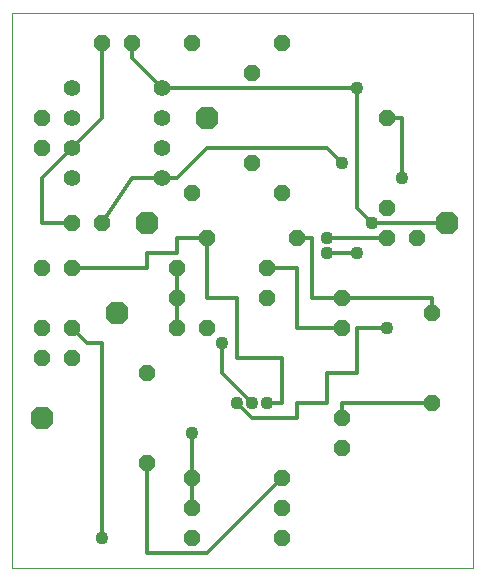
<source format=gbl>
G75*
%MOIN*%
%OFA0B0*%
%FSLAX25Y25*%
%IPPOS*%
%LPD*%
%AMOC8*
5,1,8,0,0,1.08239X$1,22.5*
%
%ADD10C,0.00000*%
%ADD11OC8,0.07600*%
%ADD12OC8,0.05600*%
%ADD13C,0.05600*%
%ADD14C,0.01200*%
%ADD15C,0.04362*%
D10*
X0007825Y0003167D02*
X0007825Y0188127D01*
X0161526Y0188127D01*
X0161526Y0003167D01*
X0007825Y0003167D01*
D11*
X0017825Y0053167D03*
X0042825Y0088167D03*
X0052825Y0118167D03*
X0072825Y0153167D03*
X0152825Y0118167D03*
D12*
X0142825Y0113167D03*
X0132825Y0113167D03*
X0132825Y0123167D03*
X0132825Y0153167D03*
X0097825Y0178167D03*
X0087825Y0168167D03*
X0067825Y0178167D03*
X0047825Y0178167D03*
X0037825Y0178167D03*
X0017825Y0153167D03*
X0017825Y0143167D03*
X0027825Y0118167D03*
X0037825Y0118167D03*
X0027825Y0103167D03*
X0017825Y0103167D03*
X0017825Y0083167D03*
X0017825Y0073167D03*
X0027825Y0073167D03*
X0027825Y0083167D03*
X0052825Y0068167D03*
X0062825Y0083167D03*
X0062825Y0093167D03*
X0062825Y0103167D03*
X0072825Y0113167D03*
X0067825Y0128167D03*
X0087825Y0138167D03*
X0097825Y0128167D03*
X0102825Y0113167D03*
X0092825Y0103167D03*
X0092825Y0093167D03*
X0072825Y0083167D03*
X0052825Y0038167D03*
X0067825Y0033167D03*
X0067825Y0023167D03*
X0067825Y0013167D03*
X0097825Y0013167D03*
X0097825Y0023167D03*
X0097825Y0033167D03*
X0117825Y0043167D03*
X0117825Y0053167D03*
X0117825Y0083167D03*
X0117825Y0093167D03*
X0147825Y0088167D03*
X0147825Y0058167D03*
D13*
X0057825Y0133167D03*
X0057825Y0143167D03*
X0057825Y0153167D03*
X0057825Y0163167D03*
X0027825Y0163167D03*
X0027825Y0153167D03*
X0027825Y0143167D03*
X0027825Y0133167D03*
D14*
X0027825Y0143167D02*
X0037825Y0153167D01*
X0037825Y0178167D01*
X0047825Y0178167D02*
X0047825Y0173167D01*
X0057825Y0163167D01*
X0122825Y0163167D01*
X0122825Y0123167D01*
X0127825Y0118167D01*
X0152825Y0118167D01*
X0137825Y0133167D02*
X0137825Y0153167D01*
X0132825Y0153167D01*
X0117825Y0138167D02*
X0112825Y0143167D01*
X0072825Y0143167D01*
X0062825Y0133167D01*
X0057825Y0133167D01*
X0047825Y0133167D01*
X0037825Y0118167D01*
X0027825Y0118167D02*
X0017825Y0118167D01*
X0017825Y0133167D01*
X0027825Y0143167D01*
X0052825Y0108167D02*
X0062825Y0108167D01*
X0062825Y0113167D01*
X0072825Y0113167D01*
X0072825Y0093167D01*
X0082825Y0093167D01*
X0082825Y0073167D01*
X0097825Y0073167D01*
X0097825Y0058167D01*
X0092825Y0058167D01*
X0087825Y0058167D02*
X0077825Y0068167D01*
X0077825Y0078167D01*
X0062825Y0083167D02*
X0062825Y0093167D01*
X0062825Y0103167D01*
X0052825Y0103167D02*
X0052825Y0108167D01*
X0052825Y0103167D02*
X0027825Y0103167D01*
X0027825Y0083167D02*
X0032825Y0078167D01*
X0037825Y0078167D01*
X0037825Y0013167D01*
X0052825Y0008167D02*
X0052825Y0038167D01*
X0067825Y0033167D02*
X0067825Y0023167D01*
X0067825Y0033167D02*
X0067825Y0048167D01*
X0082825Y0058167D02*
X0087825Y0053167D01*
X0102825Y0053167D01*
X0102825Y0058167D01*
X0112825Y0058167D01*
X0112825Y0068167D01*
X0122825Y0068167D01*
X0122825Y0083167D01*
X0132825Y0083167D01*
X0117825Y0083167D02*
X0102825Y0083167D01*
X0102825Y0103167D01*
X0092825Y0103167D01*
X0102825Y0113167D02*
X0107825Y0113167D01*
X0107825Y0093167D01*
X0117825Y0093167D01*
X0147825Y0093167D01*
X0147825Y0088167D01*
X0132825Y0113167D02*
X0112825Y0113167D01*
X0112825Y0108167D02*
X0122825Y0108167D01*
X0117825Y0058167D02*
X0117825Y0053167D01*
X0117825Y0058167D02*
X0147825Y0058167D01*
X0097825Y0033167D02*
X0072825Y0008167D01*
X0052825Y0008167D01*
D15*
X0037825Y0013167D03*
X0067825Y0048167D03*
X0082825Y0058167D03*
X0087825Y0058167D03*
X0092825Y0058167D03*
X0077825Y0078167D03*
X0112825Y0108167D03*
X0112825Y0113167D03*
X0122825Y0108167D03*
X0127825Y0118167D03*
X0137825Y0133167D03*
X0117825Y0138167D03*
X0122825Y0163167D03*
X0132825Y0083167D03*
M02*

</source>
